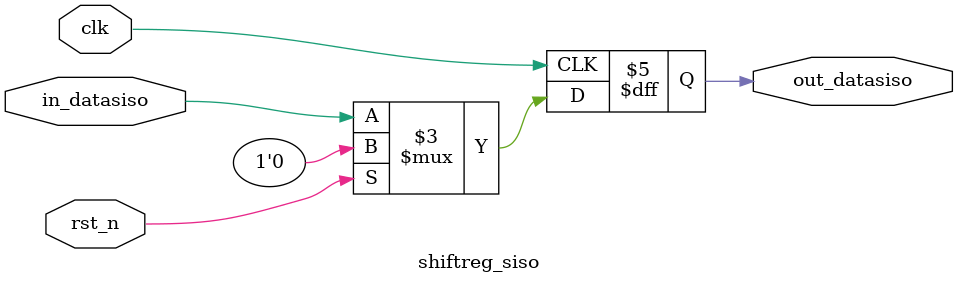
<source format=sv>
`timescale 1ns/100ps

module shiftreg_siso (
    input   logic   clk,
    input   logic   rst_n,
    input   logic   in_datasiso,
    output  logic   out_datasiso
);

    always_ff @(posedge clk) begin : SerialInSerialOut
        if (rst_n)
            out_datasiso <= 'd0;
        else
            out_datasiso <= in_datasiso;
    end
endmodule

</source>
